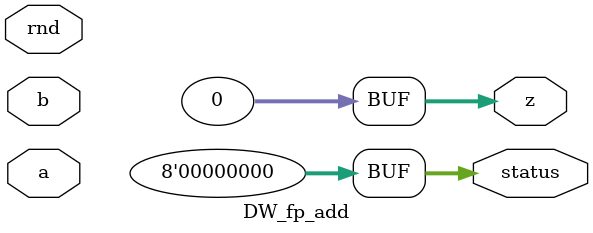
<source format=v>
module DW_fp_add(a, b, rnd, z, status);

parameter sig_width = 23;
parameter exp_width = 8;
parameter ieee_compliance = 1;

input [sig_width + exp_width:0] a, b;
input [2:0] rnd;
output [sig_width + exp_width:0] z;
output [7:0] status;

assign status = 0;
assign z = 0;

endmodule

</source>
